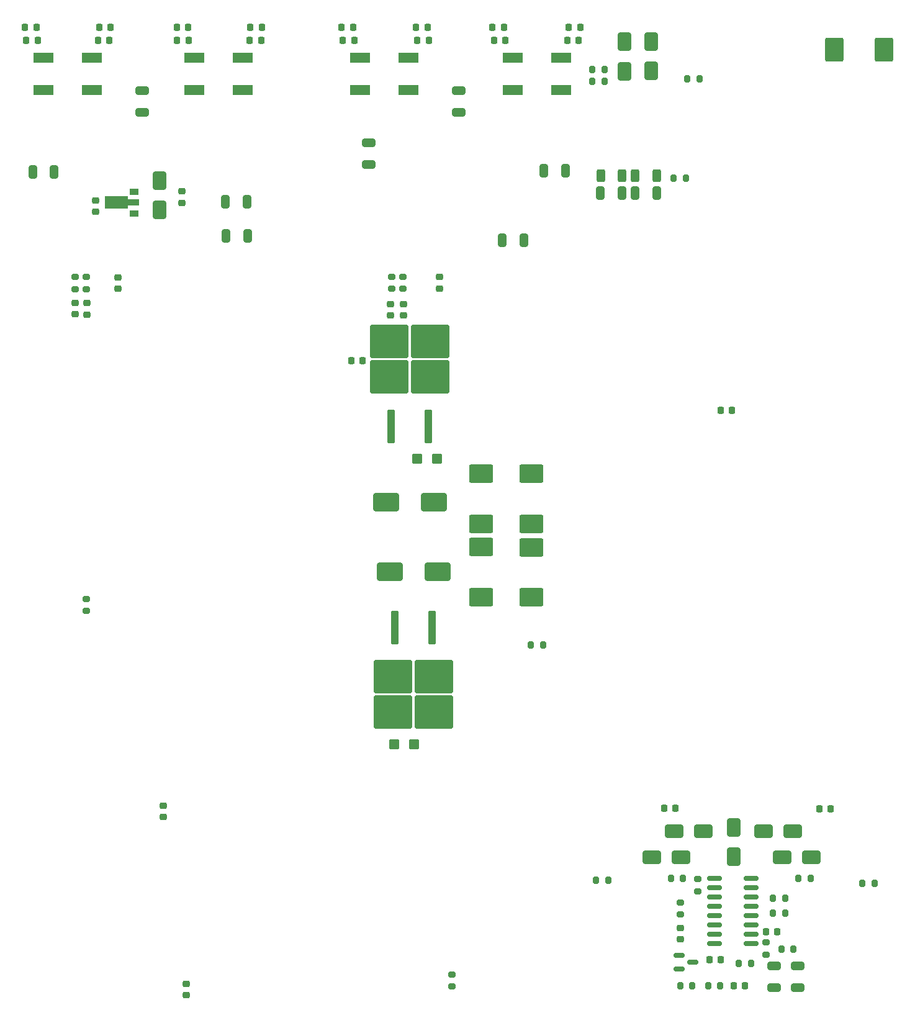
<source format=gbr>
%TF.GenerationSoftware,KiCad,Pcbnew,8.0.1-8.0.1-1~ubuntu22.04.1*%
%TF.CreationDate,2024-08-21T15:32:21+07:00*%
%TF.ProjectId,DAW-Pro4,4441572d-5072-46f3-942e-6b696361645f,rev?*%
%TF.SameCoordinates,Original*%
%TF.FileFunction,Paste,Top*%
%TF.FilePolarity,Positive*%
%FSLAX46Y46*%
G04 Gerber Fmt 4.6, Leading zero omitted, Abs format (unit mm)*
G04 Created by KiCad (PCBNEW 8.0.1-8.0.1-1~ubuntu22.04.1) date 2024-08-21 15:32:21*
%MOMM*%
%LPD*%
G01*
G04 APERTURE LIST*
G04 Aperture macros list*
%AMRoundRect*
0 Rectangle with rounded corners*
0 $1 Rounding radius*
0 $2 $3 $4 $5 $6 $7 $8 $9 X,Y pos of 4 corners*
0 Add a 4 corners polygon primitive as box body*
4,1,4,$2,$3,$4,$5,$6,$7,$8,$9,$2,$3,0*
0 Add four circle primitives for the rounded corners*
1,1,$1+$1,$2,$3*
1,1,$1+$1,$4,$5*
1,1,$1+$1,$6,$7*
1,1,$1+$1,$8,$9*
0 Add four rect primitives between the rounded corners*
20,1,$1+$1,$2,$3,$4,$5,0*
20,1,$1+$1,$4,$5,$6,$7,0*
20,1,$1+$1,$6,$7,$8,$9,0*
20,1,$1+$1,$8,$9,$2,$3,0*%
%AMFreePoly0*
4,1,9,3.862500,-0.866500,0.737500,-0.866500,0.737500,-0.450000,-0.737500,-0.450000,-0.737500,0.450000,0.737500,0.450000,0.737500,0.866500,3.862500,0.866500,3.862500,-0.866500,3.862500,-0.866500,$1*%
G04 Aperture macros list end*
%ADD10RoundRect,0.200000X0.200000X0.275000X-0.200000X0.275000X-0.200000X-0.275000X0.200000X-0.275000X0*%
%ADD11RoundRect,0.225000X-0.225000X-0.250000X0.225000X-0.250000X0.225000X0.250000X-0.225000X0.250000X0*%
%ADD12RoundRect,0.200000X-0.200000X-0.275000X0.200000X-0.275000X0.200000X0.275000X-0.200000X0.275000X0*%
%ADD13RoundRect,0.225000X-0.250000X0.225000X-0.250000X-0.225000X0.250000X-0.225000X0.250000X0.225000X0*%
%ADD14RoundRect,0.200000X-0.275000X0.200000X-0.275000X-0.200000X0.275000X-0.200000X0.275000X0.200000X0*%
%ADD15RoundRect,0.250000X0.650000X-0.325000X0.650000X0.325000X-0.650000X0.325000X-0.650000X-0.325000X0*%
%ADD16R,2.800000X1.400000*%
%ADD17RoundRect,0.250000X-1.000000X1.400000X-1.000000X-1.400000X1.000000X-1.400000X1.000000X1.400000X0*%
%ADD18RoundRect,0.218750X-0.256250X0.218750X-0.256250X-0.218750X0.256250X-0.218750X0.256250X0.218750X0*%
%ADD19RoundRect,0.200000X0.275000X-0.200000X0.275000X0.200000X-0.275000X0.200000X-0.275000X-0.200000X0*%
%ADD20RoundRect,0.250000X-0.650000X1.000000X-0.650000X-1.000000X0.650000X-1.000000X0.650000X1.000000X0*%
%ADD21RoundRect,0.250000X-1.400000X-1.000000X1.400000X-1.000000X1.400000X1.000000X-1.400000X1.000000X0*%
%ADD22RoundRect,0.250000X1.000000X0.650000X-1.000000X0.650000X-1.000000X-0.650000X1.000000X-0.650000X0*%
%ADD23RoundRect,0.250000X-0.450000X-0.425000X0.450000X-0.425000X0.450000X0.425000X-0.450000X0.425000X0*%
%ADD24RoundRect,0.250000X-1.000000X-0.650000X1.000000X-0.650000X1.000000X0.650000X-1.000000X0.650000X0*%
%ADD25RoundRect,0.250000X0.312500X0.625000X-0.312500X0.625000X-0.312500X-0.625000X0.312500X-0.625000X0*%
%ADD26RoundRect,0.250000X0.325000X0.650000X-0.325000X0.650000X-0.325000X-0.650000X0.325000X-0.650000X0*%
%ADD27RoundRect,0.250000X-1.500000X-1.000000X1.500000X-1.000000X1.500000X1.000000X-1.500000X1.000000X0*%
%ADD28RoundRect,0.250000X-0.325000X-0.650000X0.325000X-0.650000X0.325000X0.650000X-0.325000X0.650000X0*%
%ADD29RoundRect,0.250000X-0.300000X2.050000X-0.300000X-2.050000X0.300000X-2.050000X0.300000X2.050000X0*%
%ADD30RoundRect,0.250000X-2.375000X2.025000X-2.375000X-2.025000X2.375000X-2.025000X2.375000X2.025000X0*%
%ADD31RoundRect,0.225000X0.225000X0.250000X-0.225000X0.250000X-0.225000X-0.250000X0.225000X-0.250000X0*%
%ADD32RoundRect,0.150000X-0.587500X-0.150000X0.587500X-0.150000X0.587500X0.150000X-0.587500X0.150000X0*%
%ADD33RoundRect,0.150000X-0.825000X-0.150000X0.825000X-0.150000X0.825000X0.150000X-0.825000X0.150000X0*%
%ADD34RoundRect,0.250000X0.300000X-2.050000X0.300000X2.050000X-0.300000X2.050000X-0.300000X-2.050000X0*%
%ADD35RoundRect,0.250000X2.375000X-2.025000X2.375000X2.025000X-2.375000X2.025000X-2.375000X-2.025000X0*%
%ADD36RoundRect,0.225000X0.250000X-0.225000X0.250000X0.225000X-0.250000X0.225000X-0.250000X-0.225000X0*%
%ADD37RoundRect,0.250000X-0.650000X0.325000X-0.650000X-0.325000X0.650000X-0.325000X0.650000X0.325000X0*%
%ADD38R,1.300000X0.900000*%
%ADD39FreePoly0,180.000000*%
%ADD40RoundRect,0.250000X1.500000X1.000000X-1.500000X1.000000X-1.500000X-1.000000X1.500000X-1.000000X0*%
%ADD41RoundRect,0.250000X-0.312500X-0.625000X0.312500X-0.625000X0.312500X0.625000X-0.312500X0.625000X0*%
G04 APERTURE END LIST*
D10*
%TO.C,R24*%
X96075000Y-23876000D03*
X94425000Y-23876000D03*
%TD*%
D11*
%TO.C,C111*%
X111963500Y-68742500D03*
X113513500Y-68742500D03*
%TD*%
D12*
%TO.C,R34*%
X94933000Y-132842000D03*
X96583000Y-132842000D03*
%TD*%
D11*
%TO.C,C32*%
X47805000Y-16510000D03*
X49355000Y-16510000D03*
%TD*%
D13*
%TO.C,C102*%
X106476800Y-139280600D03*
X106476800Y-140830600D03*
%TD*%
D14*
%TO.C,R49*%
X108839000Y-132652000D03*
X108839000Y-134302000D03*
%TD*%
D15*
%TO.C,C20*%
X33020000Y-28096000D03*
X33020000Y-25146000D03*
%TD*%
D16*
%TO.C,L10*%
X90170000Y-25060000D03*
X90170000Y-20660000D03*
%TD*%
D17*
%TO.C,VD1*%
X134210000Y-19558000D03*
X127410000Y-19558000D03*
%TD*%
D11*
%TO.C,C91*%
X60251000Y-16510000D03*
X61801000Y-16510000D03*
%TD*%
D10*
%TO.C,R19*%
X96075000Y-22225000D03*
X94425000Y-22225000D03*
%TD*%
D13*
%TO.C,C57*%
X73558400Y-50533000D03*
X73558400Y-52083000D03*
%TD*%
D18*
%TO.C,HL1*%
X23876000Y-54051000D03*
X23876000Y-55626000D03*
%TD*%
D16*
%TO.C,L15*%
X62738000Y-25060000D03*
X62738000Y-20660000D03*
%TD*%
%TO.C,L4*%
X40132000Y-25060000D03*
X40132000Y-20660000D03*
%TD*%
D19*
%TO.C,R26*%
X106426000Y-137477000D03*
X106426000Y-135827000D03*
%TD*%
D20*
%TO.C,VD15*%
X102467000Y-18415000D03*
X102467000Y-22415000D03*
%TD*%
D21*
%TO.C,VD12*%
X86106000Y-77372000D03*
X86106000Y-84172000D03*
%TD*%
D18*
%TO.C,HL4*%
X66929000Y-54203500D03*
X66929000Y-55778500D03*
%TD*%
D22*
%TO.C,VD7*%
X121772500Y-126083500D03*
X117772500Y-126083500D03*
%TD*%
D23*
%TO.C,C8*%
X70532000Y-75311000D03*
X73232000Y-75311000D03*
%TD*%
D10*
%TO.C,R31*%
X120733000Y-135227500D03*
X119083000Y-135227500D03*
%TD*%
D11*
%TO.C,C94*%
X91046000Y-18288000D03*
X92596000Y-18288000D03*
%TD*%
D24*
%TO.C,VD6*%
X105612500Y-126083500D03*
X109612500Y-126083500D03*
%TD*%
D25*
%TO.C,R41*%
X103189500Y-36703000D03*
X100264500Y-36703000D03*
%TD*%
D24*
%TO.C,VD4*%
X120344500Y-129639500D03*
X124344500Y-129639500D03*
%TD*%
D12*
%TO.C,R25*%
X114407500Y-144117500D03*
X116057500Y-144117500D03*
%TD*%
D11*
%TO.C,C45*%
X17246000Y-18288000D03*
X18796000Y-18288000D03*
%TD*%
D10*
%TO.C,R48*%
X87693000Y-100711000D03*
X86043000Y-100711000D03*
%TD*%
D16*
%TO.C,L2*%
X46736000Y-25060000D03*
X46736000Y-20660000D03*
%TD*%
D26*
%TO.C,C17*%
X47322000Y-40259000D03*
X44372000Y-40259000D03*
%TD*%
D14*
%TO.C,R20*%
X68580000Y-50483000D03*
X68580000Y-52133000D03*
%TD*%
D27*
%TO.C,C60*%
X66803200Y-90728800D03*
X73303200Y-90728800D03*
%TD*%
D12*
%TO.C,R45*%
X105538000Y-37084000D03*
X107188000Y-37084000D03*
%TD*%
D21*
%TO.C,VD13*%
X86106000Y-87405000D03*
X86106000Y-94205000D03*
%TD*%
D11*
%TO.C,C40*%
X47726000Y-18288000D03*
X49276000Y-18288000D03*
%TD*%
D19*
%TO.C,R3*%
X23876000Y-52197000D03*
X23876000Y-50547000D03*
%TD*%
D26*
%TO.C,C47*%
X47398200Y-44907200D03*
X44448200Y-44907200D03*
%TD*%
D14*
%TO.C,R2*%
X25400000Y-50547000D03*
X25400000Y-52197000D03*
%TD*%
D28*
%TO.C,C64*%
X82141800Y-45515000D03*
X85091800Y-45515000D03*
%TD*%
D18*
%TO.C,HL3*%
X68707000Y-54203500D03*
X68707000Y-55778500D03*
%TD*%
D29*
%TO.C,U7*%
X72593200Y-98318800D03*
D30*
X72828200Y-105043800D03*
X67278200Y-105043800D03*
X72828200Y-109893800D03*
X67278200Y-109893800D03*
D29*
X67513200Y-98318800D03*
%TD*%
D31*
%TO.C,C88*%
X82375000Y-16510000D03*
X80825000Y-16510000D03*
%TD*%
D16*
%TO.C,L5*%
X26162000Y-25060000D03*
X26162000Y-20660000D03*
%TD*%
D31*
%TO.C,C43*%
X28588000Y-18288000D03*
X27038000Y-18288000D03*
%TD*%
D11*
%TO.C,C59*%
X118097000Y-139827000D03*
X119647000Y-139827000D03*
%TD*%
D13*
%TO.C,C2*%
X38481000Y-38849000D03*
X38481000Y-40399000D03*
%TD*%
D21*
%TO.C,VD11*%
X79248000Y-87376000D03*
X79248000Y-94176000D03*
%TD*%
D32*
%TO.C,VT1*%
X106294000Y-143040500D03*
X106294000Y-144940500D03*
X108169000Y-143990500D03*
%TD*%
D13*
%TO.C,C54*%
X35915600Y-122618200D03*
X35915600Y-124168200D03*
%TD*%
D20*
%TO.C,VD2*%
X35433000Y-37370000D03*
X35433000Y-41370000D03*
%TD*%
D31*
%TO.C,C34*%
X39317000Y-16510000D03*
X37767000Y-16510000D03*
%TD*%
D33*
%TO.C,U13*%
X111106500Y-132560500D03*
X111106500Y-133830500D03*
X111106500Y-135100500D03*
X111106500Y-136370500D03*
X111106500Y-137640500D03*
X111106500Y-138910500D03*
X111106500Y-140180500D03*
X111106500Y-141450500D03*
X116056500Y-141450500D03*
X116056500Y-140180500D03*
X116056500Y-138910500D03*
X116056500Y-137640500D03*
X116056500Y-136370500D03*
X116056500Y-135100500D03*
X116056500Y-133830500D03*
X116056500Y-132560500D03*
%TD*%
D34*
%TO.C,U2*%
X67005200Y-70896000D03*
D35*
X66770200Y-64171000D03*
X72320200Y-64171000D03*
X66770200Y-59321000D03*
X72320200Y-59321000D03*
D34*
X72085200Y-70896000D03*
%TD*%
D16*
%TO.C,L12*%
X83566000Y-25060000D03*
X83566000Y-20660000D03*
%TD*%
%TO.C,L13*%
X69342000Y-25060000D03*
X69342000Y-20660000D03*
%TD*%
D11*
%TO.C,C37*%
X17071000Y-16510000D03*
X18621000Y-16510000D03*
%TD*%
D10*
%TO.C,R33*%
X124209000Y-132560500D03*
X122559000Y-132560500D03*
%TD*%
D19*
%TO.C,R1*%
X75311000Y-147320000D03*
X75311000Y-145670000D03*
%TD*%
D31*
%TO.C,C96*%
X82563000Y-18288000D03*
X81013000Y-18288000D03*
%TD*%
D21*
%TO.C,VD10*%
X79248000Y-77372000D03*
X79248000Y-84172000D03*
%TD*%
D23*
%TO.C,C61*%
X67454800Y-114300000D03*
X70154800Y-114300000D03*
%TD*%
D12*
%TO.C,R43*%
X107379000Y-23495000D03*
X109029000Y-23495000D03*
%TD*%
D19*
%TO.C,R50*%
X118110000Y-142938000D03*
X118110000Y-141288000D03*
%TD*%
D28*
%TO.C,C21*%
X18096000Y-36195000D03*
X21046000Y-36195000D03*
%TD*%
D10*
%TO.C,R32*%
X120713000Y-137287000D03*
X119063000Y-137287000D03*
%TD*%
D11*
%TO.C,C86*%
X91239000Y-16510000D03*
X92789000Y-16510000D03*
%TD*%
D36*
%TO.C,C49*%
X39065200Y-148501400D03*
X39065200Y-146951400D03*
%TD*%
D37*
%TO.C,C75*%
X76200000Y-25143000D03*
X76200000Y-28093000D03*
%TD*%
D16*
%TO.C,L7*%
X19558000Y-25060000D03*
X19558000Y-20660000D03*
%TD*%
D11*
%TO.C,C109*%
X104254000Y-123012200D03*
X105804000Y-123012200D03*
%TD*%
D31*
%TO.C,C56*%
X63106600Y-61976000D03*
X61556600Y-61976000D03*
%TD*%
D38*
%TO.C,U1*%
X31922000Y-41886000D03*
D39*
X31834500Y-40386000D03*
D38*
X31922000Y-38886000D03*
%TD*%
D26*
%TO.C,C71*%
X90756000Y-36068000D03*
X87806000Y-36068000D03*
%TD*%
D19*
%TO.C,R21*%
X67056000Y-52133000D03*
X67056000Y-50483000D03*
%TD*%
D37*
%TO.C,C104*%
X122428000Y-144526000D03*
X122428000Y-147476000D03*
%TD*%
D31*
%TO.C,C103*%
X111943500Y-143609500D03*
X110393500Y-143609500D03*
%TD*%
D11*
%TO.C,C99*%
X60426000Y-18288000D03*
X61976000Y-18288000D03*
%TD*%
D31*
%TO.C,C97*%
X72136000Y-18288000D03*
X70586000Y-18288000D03*
%TD*%
%TO.C,C35*%
X28715000Y-16510000D03*
X27165000Y-16510000D03*
%TD*%
D11*
%TO.C,C110*%
X125397000Y-123063000D03*
X126947000Y-123063000D03*
%TD*%
D12*
%TO.C,R27*%
X106406500Y-147165500D03*
X108056500Y-147165500D03*
%TD*%
D18*
%TO.C,HL2*%
X25527000Y-54076500D03*
X25527000Y-55651500D03*
%TD*%
D37*
%TO.C,C105*%
X119253000Y-144526000D03*
X119253000Y-147476000D03*
%TD*%
D13*
%TO.C,C55*%
X29768800Y-50583800D03*
X29768800Y-52133800D03*
%TD*%
D31*
%TO.C,C42*%
X39370000Y-18288000D03*
X37820000Y-18288000D03*
%TD*%
D28*
%TO.C,C16*%
X95553000Y-39116000D03*
X98503000Y-39116000D03*
%TD*%
D31*
%TO.C,C106*%
X115245500Y-147165500D03*
X113695500Y-147165500D03*
%TD*%
D36*
%TO.C,C4*%
X26670000Y-41656000D03*
X26670000Y-40106000D03*
%TD*%
D14*
%TO.C,R6*%
X25400000Y-94425000D03*
X25400000Y-96075000D03*
%TD*%
D22*
%TO.C,VD3*%
X106564500Y-129639500D03*
X102564500Y-129639500D03*
%TD*%
D10*
%TO.C,R28*%
X111866500Y-147165500D03*
X110216500Y-147165500D03*
%TD*%
D20*
%TO.C,VD5*%
X113708500Y-125607500D03*
X113708500Y-129607500D03*
%TD*%
D40*
%TO.C,C7*%
X72846000Y-81280000D03*
X66346000Y-81280000D03*
%TD*%
D26*
%TO.C,C125*%
X103202000Y-39116000D03*
X100252000Y-39116000D03*
%TD*%
D12*
%TO.C,R30*%
X105136500Y-132560500D03*
X106786500Y-132560500D03*
%TD*%
D15*
%TO.C,C74*%
X63957200Y-35206200D03*
X63957200Y-32256200D03*
%TD*%
D31*
%TO.C,C89*%
X71961000Y-16510000D03*
X70411000Y-16510000D03*
%TD*%
D20*
%TO.C,VD14*%
X98806000Y-18447000D03*
X98806000Y-22447000D03*
%TD*%
D12*
%TO.C,R35*%
X131255000Y-133223000D03*
X132905000Y-133223000D03*
%TD*%
D41*
%TO.C,R42*%
X95565500Y-36703000D03*
X98490500Y-36703000D03*
%TD*%
D12*
%TO.C,R29*%
X120206000Y-142240000D03*
X121856000Y-142240000D03*
%TD*%
M02*

</source>
